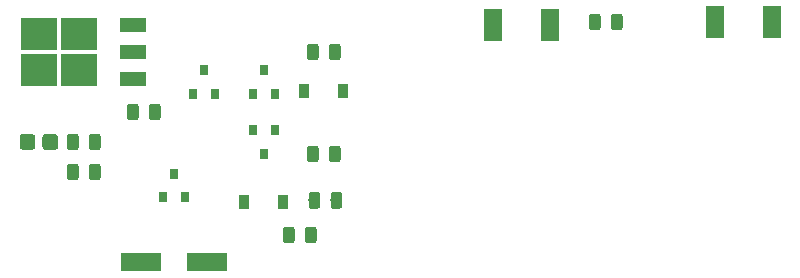
<source format=gbr>
G04 #@! TF.GenerationSoftware,KiCad,Pcbnew,(5.1.2)-2*
G04 #@! TF.CreationDate,2019-08-17T13:58:46+01:00*
G04 #@! TF.ProjectId,Sequencer,53657175-656e-4636-9572-2e6b69636164,rev?*
G04 #@! TF.SameCoordinates,Original*
G04 #@! TF.FileFunction,Paste,Top*
G04 #@! TF.FilePolarity,Positive*
%FSLAX46Y46*%
G04 Gerber Fmt 4.6, Leading zero omitted, Abs format (unit mm)*
G04 Created by KiCad (PCBNEW (5.1.2)-2) date 2019-08-17 13:58:46*
%MOMM*%
%LPD*%
G04 APERTURE LIST*
%ADD10R,3.500000X1.600000*%
%ADD11C,0.100000*%
%ADD12C,0.975000*%
%ADD13R,0.900000X1.200000*%
%ADD14R,0.800000X0.900000*%
%ADD15C,1.300000*%
%ADD16R,1.500000X2.700000*%
%ADD17R,2.200000X1.200000*%
%ADD18R,3.050000X2.750000*%
G04 APERTURE END LIST*
D10*
X101340000Y-104140000D03*
X106940000Y-104140000D03*
D11*
G36*
X116297142Y-98234174D02*
G01*
X116320803Y-98237684D01*
X116344007Y-98243496D01*
X116366529Y-98251554D01*
X116388153Y-98261782D01*
X116408670Y-98274079D01*
X116427883Y-98288329D01*
X116445607Y-98304393D01*
X116461671Y-98322117D01*
X116475921Y-98341330D01*
X116488218Y-98361847D01*
X116498446Y-98383471D01*
X116506504Y-98405993D01*
X116512316Y-98429197D01*
X116515826Y-98452858D01*
X116517000Y-98476750D01*
X116517000Y-99389250D01*
X116515826Y-99413142D01*
X116512316Y-99436803D01*
X116506504Y-99460007D01*
X116498446Y-99482529D01*
X116488218Y-99504153D01*
X116475921Y-99524670D01*
X116461671Y-99543883D01*
X116445607Y-99561607D01*
X116427883Y-99577671D01*
X116408670Y-99591921D01*
X116388153Y-99604218D01*
X116366529Y-99614446D01*
X116344007Y-99622504D01*
X116320803Y-99628316D01*
X116297142Y-99631826D01*
X116273250Y-99633000D01*
X115785750Y-99633000D01*
X115761858Y-99631826D01*
X115738197Y-99628316D01*
X115714993Y-99622504D01*
X115692471Y-99614446D01*
X115670847Y-99604218D01*
X115650330Y-99591921D01*
X115631117Y-99577671D01*
X115613393Y-99561607D01*
X115597329Y-99543883D01*
X115583079Y-99524670D01*
X115570782Y-99504153D01*
X115560554Y-99482529D01*
X115552496Y-99460007D01*
X115546684Y-99436803D01*
X115543174Y-99413142D01*
X115542000Y-99389250D01*
X115542000Y-98476750D01*
X115543174Y-98452858D01*
X115546684Y-98429197D01*
X115552496Y-98405993D01*
X115560554Y-98383471D01*
X115570782Y-98361847D01*
X115583079Y-98341330D01*
X115597329Y-98322117D01*
X115613393Y-98304393D01*
X115631117Y-98288329D01*
X115650330Y-98274079D01*
X115670847Y-98261782D01*
X115692471Y-98251554D01*
X115714993Y-98243496D01*
X115738197Y-98237684D01*
X115761858Y-98234174D01*
X115785750Y-98233000D01*
X116273250Y-98233000D01*
X116297142Y-98234174D01*
X116297142Y-98234174D01*
G37*
D12*
X116029500Y-98933000D03*
D11*
G36*
X118172142Y-98234174D02*
G01*
X118195803Y-98237684D01*
X118219007Y-98243496D01*
X118241529Y-98251554D01*
X118263153Y-98261782D01*
X118283670Y-98274079D01*
X118302883Y-98288329D01*
X118320607Y-98304393D01*
X118336671Y-98322117D01*
X118350921Y-98341330D01*
X118363218Y-98361847D01*
X118373446Y-98383471D01*
X118381504Y-98405993D01*
X118387316Y-98429197D01*
X118390826Y-98452858D01*
X118392000Y-98476750D01*
X118392000Y-99389250D01*
X118390826Y-99413142D01*
X118387316Y-99436803D01*
X118381504Y-99460007D01*
X118373446Y-99482529D01*
X118363218Y-99504153D01*
X118350921Y-99524670D01*
X118336671Y-99543883D01*
X118320607Y-99561607D01*
X118302883Y-99577671D01*
X118283670Y-99591921D01*
X118263153Y-99604218D01*
X118241529Y-99614446D01*
X118219007Y-99622504D01*
X118195803Y-99628316D01*
X118172142Y-99631826D01*
X118148250Y-99633000D01*
X117660750Y-99633000D01*
X117636858Y-99631826D01*
X117613197Y-99628316D01*
X117589993Y-99622504D01*
X117567471Y-99614446D01*
X117545847Y-99604218D01*
X117525330Y-99591921D01*
X117506117Y-99577671D01*
X117488393Y-99561607D01*
X117472329Y-99543883D01*
X117458079Y-99524670D01*
X117445782Y-99504153D01*
X117435554Y-99482529D01*
X117427496Y-99460007D01*
X117421684Y-99436803D01*
X117418174Y-99413142D01*
X117417000Y-99389250D01*
X117417000Y-98476750D01*
X117418174Y-98452858D01*
X117421684Y-98429197D01*
X117427496Y-98405993D01*
X117435554Y-98383471D01*
X117445782Y-98361847D01*
X117458079Y-98341330D01*
X117472329Y-98322117D01*
X117488393Y-98304393D01*
X117506117Y-98288329D01*
X117525330Y-98274079D01*
X117545847Y-98261782D01*
X117567471Y-98251554D01*
X117589993Y-98243496D01*
X117613197Y-98237684D01*
X117636858Y-98234174D01*
X117660750Y-98233000D01*
X118148250Y-98233000D01*
X118172142Y-98234174D01*
X118172142Y-98234174D01*
G37*
D12*
X117904500Y-98933000D03*
D11*
G36*
X141921142Y-83121174D02*
G01*
X141944803Y-83124684D01*
X141968007Y-83130496D01*
X141990529Y-83138554D01*
X142012153Y-83148782D01*
X142032670Y-83161079D01*
X142051883Y-83175329D01*
X142069607Y-83191393D01*
X142085671Y-83209117D01*
X142099921Y-83228330D01*
X142112218Y-83248847D01*
X142122446Y-83270471D01*
X142130504Y-83292993D01*
X142136316Y-83316197D01*
X142139826Y-83339858D01*
X142141000Y-83363750D01*
X142141000Y-84276250D01*
X142139826Y-84300142D01*
X142136316Y-84323803D01*
X142130504Y-84347007D01*
X142122446Y-84369529D01*
X142112218Y-84391153D01*
X142099921Y-84411670D01*
X142085671Y-84430883D01*
X142069607Y-84448607D01*
X142051883Y-84464671D01*
X142032670Y-84478921D01*
X142012153Y-84491218D01*
X141990529Y-84501446D01*
X141968007Y-84509504D01*
X141944803Y-84515316D01*
X141921142Y-84518826D01*
X141897250Y-84520000D01*
X141409750Y-84520000D01*
X141385858Y-84518826D01*
X141362197Y-84515316D01*
X141338993Y-84509504D01*
X141316471Y-84501446D01*
X141294847Y-84491218D01*
X141274330Y-84478921D01*
X141255117Y-84464671D01*
X141237393Y-84448607D01*
X141221329Y-84430883D01*
X141207079Y-84411670D01*
X141194782Y-84391153D01*
X141184554Y-84369529D01*
X141176496Y-84347007D01*
X141170684Y-84323803D01*
X141167174Y-84300142D01*
X141166000Y-84276250D01*
X141166000Y-83363750D01*
X141167174Y-83339858D01*
X141170684Y-83316197D01*
X141176496Y-83292993D01*
X141184554Y-83270471D01*
X141194782Y-83248847D01*
X141207079Y-83228330D01*
X141221329Y-83209117D01*
X141237393Y-83191393D01*
X141255117Y-83175329D01*
X141274330Y-83161079D01*
X141294847Y-83148782D01*
X141316471Y-83138554D01*
X141338993Y-83130496D01*
X141362197Y-83124684D01*
X141385858Y-83121174D01*
X141409750Y-83120000D01*
X141897250Y-83120000D01*
X141921142Y-83121174D01*
X141921142Y-83121174D01*
G37*
D12*
X141653500Y-83820000D03*
D11*
G36*
X140046142Y-83121174D02*
G01*
X140069803Y-83124684D01*
X140093007Y-83130496D01*
X140115529Y-83138554D01*
X140137153Y-83148782D01*
X140157670Y-83161079D01*
X140176883Y-83175329D01*
X140194607Y-83191393D01*
X140210671Y-83209117D01*
X140224921Y-83228330D01*
X140237218Y-83248847D01*
X140247446Y-83270471D01*
X140255504Y-83292993D01*
X140261316Y-83316197D01*
X140264826Y-83339858D01*
X140266000Y-83363750D01*
X140266000Y-84276250D01*
X140264826Y-84300142D01*
X140261316Y-84323803D01*
X140255504Y-84347007D01*
X140247446Y-84369529D01*
X140237218Y-84391153D01*
X140224921Y-84411670D01*
X140210671Y-84430883D01*
X140194607Y-84448607D01*
X140176883Y-84464671D01*
X140157670Y-84478921D01*
X140137153Y-84491218D01*
X140115529Y-84501446D01*
X140093007Y-84509504D01*
X140069803Y-84515316D01*
X140046142Y-84518826D01*
X140022250Y-84520000D01*
X139534750Y-84520000D01*
X139510858Y-84518826D01*
X139487197Y-84515316D01*
X139463993Y-84509504D01*
X139441471Y-84501446D01*
X139419847Y-84491218D01*
X139399330Y-84478921D01*
X139380117Y-84464671D01*
X139362393Y-84448607D01*
X139346329Y-84430883D01*
X139332079Y-84411670D01*
X139319782Y-84391153D01*
X139309554Y-84369529D01*
X139301496Y-84347007D01*
X139295684Y-84323803D01*
X139292174Y-84300142D01*
X139291000Y-84276250D01*
X139291000Y-83363750D01*
X139292174Y-83339858D01*
X139295684Y-83316197D01*
X139301496Y-83292993D01*
X139309554Y-83270471D01*
X139319782Y-83248847D01*
X139332079Y-83228330D01*
X139346329Y-83209117D01*
X139362393Y-83191393D01*
X139380117Y-83175329D01*
X139399330Y-83161079D01*
X139419847Y-83148782D01*
X139441471Y-83138554D01*
X139463993Y-83130496D01*
X139487197Y-83124684D01*
X139510858Y-83121174D01*
X139534750Y-83120000D01*
X140022250Y-83120000D01*
X140046142Y-83121174D01*
X140046142Y-83121174D01*
G37*
D12*
X139778500Y-83820000D03*
D11*
G36*
X116170142Y-85661174D02*
G01*
X116193803Y-85664684D01*
X116217007Y-85670496D01*
X116239529Y-85678554D01*
X116261153Y-85688782D01*
X116281670Y-85701079D01*
X116300883Y-85715329D01*
X116318607Y-85731393D01*
X116334671Y-85749117D01*
X116348921Y-85768330D01*
X116361218Y-85788847D01*
X116371446Y-85810471D01*
X116379504Y-85832993D01*
X116385316Y-85856197D01*
X116388826Y-85879858D01*
X116390000Y-85903750D01*
X116390000Y-86816250D01*
X116388826Y-86840142D01*
X116385316Y-86863803D01*
X116379504Y-86887007D01*
X116371446Y-86909529D01*
X116361218Y-86931153D01*
X116348921Y-86951670D01*
X116334671Y-86970883D01*
X116318607Y-86988607D01*
X116300883Y-87004671D01*
X116281670Y-87018921D01*
X116261153Y-87031218D01*
X116239529Y-87041446D01*
X116217007Y-87049504D01*
X116193803Y-87055316D01*
X116170142Y-87058826D01*
X116146250Y-87060000D01*
X115658750Y-87060000D01*
X115634858Y-87058826D01*
X115611197Y-87055316D01*
X115587993Y-87049504D01*
X115565471Y-87041446D01*
X115543847Y-87031218D01*
X115523330Y-87018921D01*
X115504117Y-87004671D01*
X115486393Y-86988607D01*
X115470329Y-86970883D01*
X115456079Y-86951670D01*
X115443782Y-86931153D01*
X115433554Y-86909529D01*
X115425496Y-86887007D01*
X115419684Y-86863803D01*
X115416174Y-86840142D01*
X115415000Y-86816250D01*
X115415000Y-85903750D01*
X115416174Y-85879858D01*
X115419684Y-85856197D01*
X115425496Y-85832993D01*
X115433554Y-85810471D01*
X115443782Y-85788847D01*
X115456079Y-85768330D01*
X115470329Y-85749117D01*
X115486393Y-85731393D01*
X115504117Y-85715329D01*
X115523330Y-85701079D01*
X115543847Y-85688782D01*
X115565471Y-85678554D01*
X115587993Y-85670496D01*
X115611197Y-85664684D01*
X115634858Y-85661174D01*
X115658750Y-85660000D01*
X116146250Y-85660000D01*
X116170142Y-85661174D01*
X116170142Y-85661174D01*
G37*
D12*
X115902500Y-86360000D03*
D11*
G36*
X118045142Y-85661174D02*
G01*
X118068803Y-85664684D01*
X118092007Y-85670496D01*
X118114529Y-85678554D01*
X118136153Y-85688782D01*
X118156670Y-85701079D01*
X118175883Y-85715329D01*
X118193607Y-85731393D01*
X118209671Y-85749117D01*
X118223921Y-85768330D01*
X118236218Y-85788847D01*
X118246446Y-85810471D01*
X118254504Y-85832993D01*
X118260316Y-85856197D01*
X118263826Y-85879858D01*
X118265000Y-85903750D01*
X118265000Y-86816250D01*
X118263826Y-86840142D01*
X118260316Y-86863803D01*
X118254504Y-86887007D01*
X118246446Y-86909529D01*
X118236218Y-86931153D01*
X118223921Y-86951670D01*
X118209671Y-86970883D01*
X118193607Y-86988607D01*
X118175883Y-87004671D01*
X118156670Y-87018921D01*
X118136153Y-87031218D01*
X118114529Y-87041446D01*
X118092007Y-87049504D01*
X118068803Y-87055316D01*
X118045142Y-87058826D01*
X118021250Y-87060000D01*
X117533750Y-87060000D01*
X117509858Y-87058826D01*
X117486197Y-87055316D01*
X117462993Y-87049504D01*
X117440471Y-87041446D01*
X117418847Y-87031218D01*
X117398330Y-87018921D01*
X117379117Y-87004671D01*
X117361393Y-86988607D01*
X117345329Y-86970883D01*
X117331079Y-86951670D01*
X117318782Y-86931153D01*
X117308554Y-86909529D01*
X117300496Y-86887007D01*
X117294684Y-86863803D01*
X117291174Y-86840142D01*
X117290000Y-86816250D01*
X117290000Y-85903750D01*
X117291174Y-85879858D01*
X117294684Y-85856197D01*
X117300496Y-85832993D01*
X117308554Y-85810471D01*
X117318782Y-85788847D01*
X117331079Y-85768330D01*
X117345329Y-85749117D01*
X117361393Y-85731393D01*
X117379117Y-85715329D01*
X117398330Y-85701079D01*
X117418847Y-85688782D01*
X117440471Y-85678554D01*
X117462993Y-85670496D01*
X117486197Y-85664684D01*
X117509858Y-85661174D01*
X117533750Y-85660000D01*
X118021250Y-85660000D01*
X118045142Y-85661174D01*
X118045142Y-85661174D01*
G37*
D12*
X117777500Y-86360000D03*
D13*
X113410000Y-99060000D03*
X110110000Y-99060000D03*
D14*
X110810000Y-89900000D03*
X112710000Y-89900000D03*
X111760000Y-87900000D03*
D13*
X118490000Y-89662000D03*
X115190000Y-89662000D03*
D11*
G36*
X92184504Y-93331204D02*
G01*
X92208773Y-93334804D01*
X92232571Y-93340765D01*
X92255671Y-93349030D01*
X92277849Y-93359520D01*
X92298893Y-93372133D01*
X92318598Y-93386747D01*
X92336777Y-93403223D01*
X92353253Y-93421402D01*
X92367867Y-93441107D01*
X92380480Y-93462151D01*
X92390970Y-93484329D01*
X92399235Y-93507429D01*
X92405196Y-93531227D01*
X92408796Y-93555496D01*
X92410000Y-93580000D01*
X92410000Y-94380000D01*
X92408796Y-94404504D01*
X92405196Y-94428773D01*
X92399235Y-94452571D01*
X92390970Y-94475671D01*
X92380480Y-94497849D01*
X92367867Y-94518893D01*
X92353253Y-94538598D01*
X92336777Y-94556777D01*
X92318598Y-94573253D01*
X92298893Y-94587867D01*
X92277849Y-94600480D01*
X92255671Y-94610970D01*
X92232571Y-94619235D01*
X92208773Y-94625196D01*
X92184504Y-94628796D01*
X92160000Y-94630000D01*
X91335000Y-94630000D01*
X91310496Y-94628796D01*
X91286227Y-94625196D01*
X91262429Y-94619235D01*
X91239329Y-94610970D01*
X91217151Y-94600480D01*
X91196107Y-94587867D01*
X91176402Y-94573253D01*
X91158223Y-94556777D01*
X91141747Y-94538598D01*
X91127133Y-94518893D01*
X91114520Y-94497849D01*
X91104030Y-94475671D01*
X91095765Y-94452571D01*
X91089804Y-94428773D01*
X91086204Y-94404504D01*
X91085000Y-94380000D01*
X91085000Y-93580000D01*
X91086204Y-93555496D01*
X91089804Y-93531227D01*
X91095765Y-93507429D01*
X91104030Y-93484329D01*
X91114520Y-93462151D01*
X91127133Y-93441107D01*
X91141747Y-93421402D01*
X91158223Y-93403223D01*
X91176402Y-93386747D01*
X91196107Y-93372133D01*
X91217151Y-93359520D01*
X91239329Y-93349030D01*
X91262429Y-93340765D01*
X91286227Y-93334804D01*
X91310496Y-93331204D01*
X91335000Y-93330000D01*
X92160000Y-93330000D01*
X92184504Y-93331204D01*
X92184504Y-93331204D01*
G37*
D15*
X91747500Y-93980000D03*
D11*
G36*
X94109504Y-93331204D02*
G01*
X94133773Y-93334804D01*
X94157571Y-93340765D01*
X94180671Y-93349030D01*
X94202849Y-93359520D01*
X94223893Y-93372133D01*
X94243598Y-93386747D01*
X94261777Y-93403223D01*
X94278253Y-93421402D01*
X94292867Y-93441107D01*
X94305480Y-93462151D01*
X94315970Y-93484329D01*
X94324235Y-93507429D01*
X94330196Y-93531227D01*
X94333796Y-93555496D01*
X94335000Y-93580000D01*
X94335000Y-94380000D01*
X94333796Y-94404504D01*
X94330196Y-94428773D01*
X94324235Y-94452571D01*
X94315970Y-94475671D01*
X94305480Y-94497849D01*
X94292867Y-94518893D01*
X94278253Y-94538598D01*
X94261777Y-94556777D01*
X94243598Y-94573253D01*
X94223893Y-94587867D01*
X94202849Y-94600480D01*
X94180671Y-94610970D01*
X94157571Y-94619235D01*
X94133773Y-94625196D01*
X94109504Y-94628796D01*
X94085000Y-94630000D01*
X93260000Y-94630000D01*
X93235496Y-94628796D01*
X93211227Y-94625196D01*
X93187429Y-94619235D01*
X93164329Y-94610970D01*
X93142151Y-94600480D01*
X93121107Y-94587867D01*
X93101402Y-94573253D01*
X93083223Y-94556777D01*
X93066747Y-94538598D01*
X93052133Y-94518893D01*
X93039520Y-94497849D01*
X93029030Y-94475671D01*
X93020765Y-94452571D01*
X93014804Y-94428773D01*
X93011204Y-94404504D01*
X93010000Y-94380000D01*
X93010000Y-93580000D01*
X93011204Y-93555496D01*
X93014804Y-93531227D01*
X93020765Y-93507429D01*
X93029030Y-93484329D01*
X93039520Y-93462151D01*
X93052133Y-93441107D01*
X93066747Y-93421402D01*
X93083223Y-93403223D01*
X93101402Y-93386747D01*
X93121107Y-93372133D01*
X93142151Y-93359520D01*
X93164329Y-93349030D01*
X93187429Y-93340765D01*
X93211227Y-93334804D01*
X93235496Y-93331204D01*
X93260000Y-93330000D01*
X94085000Y-93330000D01*
X94109504Y-93331204D01*
X94109504Y-93331204D01*
G37*
D15*
X93672500Y-93980000D03*
D16*
X131204000Y-84074000D03*
X136004000Y-84074000D03*
X154800000Y-83820000D03*
X150000000Y-83820000D03*
D14*
X112710000Y-92980000D03*
X110810000Y-92980000D03*
X111760000Y-94980000D03*
X104140000Y-96663000D03*
X105090000Y-98663000D03*
X103190000Y-98663000D03*
X106680000Y-87900000D03*
X107630000Y-89900000D03*
X105730000Y-89900000D03*
D11*
G36*
X102805142Y-90741174D02*
G01*
X102828803Y-90744684D01*
X102852007Y-90750496D01*
X102874529Y-90758554D01*
X102896153Y-90768782D01*
X102916670Y-90781079D01*
X102935883Y-90795329D01*
X102953607Y-90811393D01*
X102969671Y-90829117D01*
X102983921Y-90848330D01*
X102996218Y-90868847D01*
X103006446Y-90890471D01*
X103014504Y-90912993D01*
X103020316Y-90936197D01*
X103023826Y-90959858D01*
X103025000Y-90983750D01*
X103025000Y-91896250D01*
X103023826Y-91920142D01*
X103020316Y-91943803D01*
X103014504Y-91967007D01*
X103006446Y-91989529D01*
X102996218Y-92011153D01*
X102983921Y-92031670D01*
X102969671Y-92050883D01*
X102953607Y-92068607D01*
X102935883Y-92084671D01*
X102916670Y-92098921D01*
X102896153Y-92111218D01*
X102874529Y-92121446D01*
X102852007Y-92129504D01*
X102828803Y-92135316D01*
X102805142Y-92138826D01*
X102781250Y-92140000D01*
X102293750Y-92140000D01*
X102269858Y-92138826D01*
X102246197Y-92135316D01*
X102222993Y-92129504D01*
X102200471Y-92121446D01*
X102178847Y-92111218D01*
X102158330Y-92098921D01*
X102139117Y-92084671D01*
X102121393Y-92068607D01*
X102105329Y-92050883D01*
X102091079Y-92031670D01*
X102078782Y-92011153D01*
X102068554Y-91989529D01*
X102060496Y-91967007D01*
X102054684Y-91943803D01*
X102051174Y-91920142D01*
X102050000Y-91896250D01*
X102050000Y-90983750D01*
X102051174Y-90959858D01*
X102054684Y-90936197D01*
X102060496Y-90912993D01*
X102068554Y-90890471D01*
X102078782Y-90868847D01*
X102091079Y-90848330D01*
X102105329Y-90829117D01*
X102121393Y-90811393D01*
X102139117Y-90795329D01*
X102158330Y-90781079D01*
X102178847Y-90768782D01*
X102200471Y-90758554D01*
X102222993Y-90750496D01*
X102246197Y-90744684D01*
X102269858Y-90741174D01*
X102293750Y-90740000D01*
X102781250Y-90740000D01*
X102805142Y-90741174D01*
X102805142Y-90741174D01*
G37*
D12*
X102537500Y-91440000D03*
D11*
G36*
X100930142Y-90741174D02*
G01*
X100953803Y-90744684D01*
X100977007Y-90750496D01*
X100999529Y-90758554D01*
X101021153Y-90768782D01*
X101041670Y-90781079D01*
X101060883Y-90795329D01*
X101078607Y-90811393D01*
X101094671Y-90829117D01*
X101108921Y-90848330D01*
X101121218Y-90868847D01*
X101131446Y-90890471D01*
X101139504Y-90912993D01*
X101145316Y-90936197D01*
X101148826Y-90959858D01*
X101150000Y-90983750D01*
X101150000Y-91896250D01*
X101148826Y-91920142D01*
X101145316Y-91943803D01*
X101139504Y-91967007D01*
X101131446Y-91989529D01*
X101121218Y-92011153D01*
X101108921Y-92031670D01*
X101094671Y-92050883D01*
X101078607Y-92068607D01*
X101060883Y-92084671D01*
X101041670Y-92098921D01*
X101021153Y-92111218D01*
X100999529Y-92121446D01*
X100977007Y-92129504D01*
X100953803Y-92135316D01*
X100930142Y-92138826D01*
X100906250Y-92140000D01*
X100418750Y-92140000D01*
X100394858Y-92138826D01*
X100371197Y-92135316D01*
X100347993Y-92129504D01*
X100325471Y-92121446D01*
X100303847Y-92111218D01*
X100283330Y-92098921D01*
X100264117Y-92084671D01*
X100246393Y-92068607D01*
X100230329Y-92050883D01*
X100216079Y-92031670D01*
X100203782Y-92011153D01*
X100193554Y-91989529D01*
X100185496Y-91967007D01*
X100179684Y-91943803D01*
X100176174Y-91920142D01*
X100175000Y-91896250D01*
X100175000Y-90983750D01*
X100176174Y-90959858D01*
X100179684Y-90936197D01*
X100185496Y-90912993D01*
X100193554Y-90890471D01*
X100203782Y-90868847D01*
X100216079Y-90848330D01*
X100230329Y-90829117D01*
X100246393Y-90811393D01*
X100264117Y-90795329D01*
X100283330Y-90781079D01*
X100303847Y-90768782D01*
X100325471Y-90758554D01*
X100347993Y-90750496D01*
X100371197Y-90744684D01*
X100394858Y-90741174D01*
X100418750Y-90740000D01*
X100906250Y-90740000D01*
X100930142Y-90741174D01*
X100930142Y-90741174D01*
G37*
D12*
X100662500Y-91440000D03*
D11*
G36*
X114138142Y-101155174D02*
G01*
X114161803Y-101158684D01*
X114185007Y-101164496D01*
X114207529Y-101172554D01*
X114229153Y-101182782D01*
X114249670Y-101195079D01*
X114268883Y-101209329D01*
X114286607Y-101225393D01*
X114302671Y-101243117D01*
X114316921Y-101262330D01*
X114329218Y-101282847D01*
X114339446Y-101304471D01*
X114347504Y-101326993D01*
X114353316Y-101350197D01*
X114356826Y-101373858D01*
X114358000Y-101397750D01*
X114358000Y-102310250D01*
X114356826Y-102334142D01*
X114353316Y-102357803D01*
X114347504Y-102381007D01*
X114339446Y-102403529D01*
X114329218Y-102425153D01*
X114316921Y-102445670D01*
X114302671Y-102464883D01*
X114286607Y-102482607D01*
X114268883Y-102498671D01*
X114249670Y-102512921D01*
X114229153Y-102525218D01*
X114207529Y-102535446D01*
X114185007Y-102543504D01*
X114161803Y-102549316D01*
X114138142Y-102552826D01*
X114114250Y-102554000D01*
X113626750Y-102554000D01*
X113602858Y-102552826D01*
X113579197Y-102549316D01*
X113555993Y-102543504D01*
X113533471Y-102535446D01*
X113511847Y-102525218D01*
X113491330Y-102512921D01*
X113472117Y-102498671D01*
X113454393Y-102482607D01*
X113438329Y-102464883D01*
X113424079Y-102445670D01*
X113411782Y-102425153D01*
X113401554Y-102403529D01*
X113393496Y-102381007D01*
X113387684Y-102357803D01*
X113384174Y-102334142D01*
X113383000Y-102310250D01*
X113383000Y-101397750D01*
X113384174Y-101373858D01*
X113387684Y-101350197D01*
X113393496Y-101326993D01*
X113401554Y-101304471D01*
X113411782Y-101282847D01*
X113424079Y-101262330D01*
X113438329Y-101243117D01*
X113454393Y-101225393D01*
X113472117Y-101209329D01*
X113491330Y-101195079D01*
X113511847Y-101182782D01*
X113533471Y-101172554D01*
X113555993Y-101164496D01*
X113579197Y-101158684D01*
X113602858Y-101155174D01*
X113626750Y-101154000D01*
X114114250Y-101154000D01*
X114138142Y-101155174D01*
X114138142Y-101155174D01*
G37*
D12*
X113870500Y-101854000D03*
D11*
G36*
X116013142Y-101155174D02*
G01*
X116036803Y-101158684D01*
X116060007Y-101164496D01*
X116082529Y-101172554D01*
X116104153Y-101182782D01*
X116124670Y-101195079D01*
X116143883Y-101209329D01*
X116161607Y-101225393D01*
X116177671Y-101243117D01*
X116191921Y-101262330D01*
X116204218Y-101282847D01*
X116214446Y-101304471D01*
X116222504Y-101326993D01*
X116228316Y-101350197D01*
X116231826Y-101373858D01*
X116233000Y-101397750D01*
X116233000Y-102310250D01*
X116231826Y-102334142D01*
X116228316Y-102357803D01*
X116222504Y-102381007D01*
X116214446Y-102403529D01*
X116204218Y-102425153D01*
X116191921Y-102445670D01*
X116177671Y-102464883D01*
X116161607Y-102482607D01*
X116143883Y-102498671D01*
X116124670Y-102512921D01*
X116104153Y-102525218D01*
X116082529Y-102535446D01*
X116060007Y-102543504D01*
X116036803Y-102549316D01*
X116013142Y-102552826D01*
X115989250Y-102554000D01*
X115501750Y-102554000D01*
X115477858Y-102552826D01*
X115454197Y-102549316D01*
X115430993Y-102543504D01*
X115408471Y-102535446D01*
X115386847Y-102525218D01*
X115366330Y-102512921D01*
X115347117Y-102498671D01*
X115329393Y-102482607D01*
X115313329Y-102464883D01*
X115299079Y-102445670D01*
X115286782Y-102425153D01*
X115276554Y-102403529D01*
X115268496Y-102381007D01*
X115262684Y-102357803D01*
X115259174Y-102334142D01*
X115258000Y-102310250D01*
X115258000Y-101397750D01*
X115259174Y-101373858D01*
X115262684Y-101350197D01*
X115268496Y-101326993D01*
X115276554Y-101304471D01*
X115286782Y-101282847D01*
X115299079Y-101262330D01*
X115313329Y-101243117D01*
X115329393Y-101225393D01*
X115347117Y-101209329D01*
X115366330Y-101195079D01*
X115386847Y-101182782D01*
X115408471Y-101172554D01*
X115430993Y-101164496D01*
X115454197Y-101158684D01*
X115477858Y-101155174D01*
X115501750Y-101154000D01*
X115989250Y-101154000D01*
X116013142Y-101155174D01*
X116013142Y-101155174D01*
G37*
D12*
X115745500Y-101854000D03*
D11*
G36*
X116170142Y-94297174D02*
G01*
X116193803Y-94300684D01*
X116217007Y-94306496D01*
X116239529Y-94314554D01*
X116261153Y-94324782D01*
X116281670Y-94337079D01*
X116300883Y-94351329D01*
X116318607Y-94367393D01*
X116334671Y-94385117D01*
X116348921Y-94404330D01*
X116361218Y-94424847D01*
X116371446Y-94446471D01*
X116379504Y-94468993D01*
X116385316Y-94492197D01*
X116388826Y-94515858D01*
X116390000Y-94539750D01*
X116390000Y-95452250D01*
X116388826Y-95476142D01*
X116385316Y-95499803D01*
X116379504Y-95523007D01*
X116371446Y-95545529D01*
X116361218Y-95567153D01*
X116348921Y-95587670D01*
X116334671Y-95606883D01*
X116318607Y-95624607D01*
X116300883Y-95640671D01*
X116281670Y-95654921D01*
X116261153Y-95667218D01*
X116239529Y-95677446D01*
X116217007Y-95685504D01*
X116193803Y-95691316D01*
X116170142Y-95694826D01*
X116146250Y-95696000D01*
X115658750Y-95696000D01*
X115634858Y-95694826D01*
X115611197Y-95691316D01*
X115587993Y-95685504D01*
X115565471Y-95677446D01*
X115543847Y-95667218D01*
X115523330Y-95654921D01*
X115504117Y-95640671D01*
X115486393Y-95624607D01*
X115470329Y-95606883D01*
X115456079Y-95587670D01*
X115443782Y-95567153D01*
X115433554Y-95545529D01*
X115425496Y-95523007D01*
X115419684Y-95499803D01*
X115416174Y-95476142D01*
X115415000Y-95452250D01*
X115415000Y-94539750D01*
X115416174Y-94515858D01*
X115419684Y-94492197D01*
X115425496Y-94468993D01*
X115433554Y-94446471D01*
X115443782Y-94424847D01*
X115456079Y-94404330D01*
X115470329Y-94385117D01*
X115486393Y-94367393D01*
X115504117Y-94351329D01*
X115523330Y-94337079D01*
X115543847Y-94324782D01*
X115565471Y-94314554D01*
X115587993Y-94306496D01*
X115611197Y-94300684D01*
X115634858Y-94297174D01*
X115658750Y-94296000D01*
X116146250Y-94296000D01*
X116170142Y-94297174D01*
X116170142Y-94297174D01*
G37*
D12*
X115902500Y-94996000D03*
D11*
G36*
X118045142Y-94297174D02*
G01*
X118068803Y-94300684D01*
X118092007Y-94306496D01*
X118114529Y-94314554D01*
X118136153Y-94324782D01*
X118156670Y-94337079D01*
X118175883Y-94351329D01*
X118193607Y-94367393D01*
X118209671Y-94385117D01*
X118223921Y-94404330D01*
X118236218Y-94424847D01*
X118246446Y-94446471D01*
X118254504Y-94468993D01*
X118260316Y-94492197D01*
X118263826Y-94515858D01*
X118265000Y-94539750D01*
X118265000Y-95452250D01*
X118263826Y-95476142D01*
X118260316Y-95499803D01*
X118254504Y-95523007D01*
X118246446Y-95545529D01*
X118236218Y-95567153D01*
X118223921Y-95587670D01*
X118209671Y-95606883D01*
X118193607Y-95624607D01*
X118175883Y-95640671D01*
X118156670Y-95654921D01*
X118136153Y-95667218D01*
X118114529Y-95677446D01*
X118092007Y-95685504D01*
X118068803Y-95691316D01*
X118045142Y-95694826D01*
X118021250Y-95696000D01*
X117533750Y-95696000D01*
X117509858Y-95694826D01*
X117486197Y-95691316D01*
X117462993Y-95685504D01*
X117440471Y-95677446D01*
X117418847Y-95667218D01*
X117398330Y-95654921D01*
X117379117Y-95640671D01*
X117361393Y-95624607D01*
X117345329Y-95606883D01*
X117331079Y-95587670D01*
X117318782Y-95567153D01*
X117308554Y-95545529D01*
X117300496Y-95523007D01*
X117294684Y-95499803D01*
X117291174Y-95476142D01*
X117290000Y-95452250D01*
X117290000Y-94539750D01*
X117291174Y-94515858D01*
X117294684Y-94492197D01*
X117300496Y-94468993D01*
X117308554Y-94446471D01*
X117318782Y-94424847D01*
X117331079Y-94404330D01*
X117345329Y-94385117D01*
X117361393Y-94367393D01*
X117379117Y-94351329D01*
X117398330Y-94337079D01*
X117418847Y-94324782D01*
X117440471Y-94314554D01*
X117462993Y-94306496D01*
X117486197Y-94300684D01*
X117509858Y-94297174D01*
X117533750Y-94296000D01*
X118021250Y-94296000D01*
X118045142Y-94297174D01*
X118045142Y-94297174D01*
G37*
D12*
X117777500Y-94996000D03*
D11*
G36*
X95850142Y-93281174D02*
G01*
X95873803Y-93284684D01*
X95897007Y-93290496D01*
X95919529Y-93298554D01*
X95941153Y-93308782D01*
X95961670Y-93321079D01*
X95980883Y-93335329D01*
X95998607Y-93351393D01*
X96014671Y-93369117D01*
X96028921Y-93388330D01*
X96041218Y-93408847D01*
X96051446Y-93430471D01*
X96059504Y-93452993D01*
X96065316Y-93476197D01*
X96068826Y-93499858D01*
X96070000Y-93523750D01*
X96070000Y-94436250D01*
X96068826Y-94460142D01*
X96065316Y-94483803D01*
X96059504Y-94507007D01*
X96051446Y-94529529D01*
X96041218Y-94551153D01*
X96028921Y-94571670D01*
X96014671Y-94590883D01*
X95998607Y-94608607D01*
X95980883Y-94624671D01*
X95961670Y-94638921D01*
X95941153Y-94651218D01*
X95919529Y-94661446D01*
X95897007Y-94669504D01*
X95873803Y-94675316D01*
X95850142Y-94678826D01*
X95826250Y-94680000D01*
X95338750Y-94680000D01*
X95314858Y-94678826D01*
X95291197Y-94675316D01*
X95267993Y-94669504D01*
X95245471Y-94661446D01*
X95223847Y-94651218D01*
X95203330Y-94638921D01*
X95184117Y-94624671D01*
X95166393Y-94608607D01*
X95150329Y-94590883D01*
X95136079Y-94571670D01*
X95123782Y-94551153D01*
X95113554Y-94529529D01*
X95105496Y-94507007D01*
X95099684Y-94483803D01*
X95096174Y-94460142D01*
X95095000Y-94436250D01*
X95095000Y-93523750D01*
X95096174Y-93499858D01*
X95099684Y-93476197D01*
X95105496Y-93452993D01*
X95113554Y-93430471D01*
X95123782Y-93408847D01*
X95136079Y-93388330D01*
X95150329Y-93369117D01*
X95166393Y-93351393D01*
X95184117Y-93335329D01*
X95203330Y-93321079D01*
X95223847Y-93308782D01*
X95245471Y-93298554D01*
X95267993Y-93290496D01*
X95291197Y-93284684D01*
X95314858Y-93281174D01*
X95338750Y-93280000D01*
X95826250Y-93280000D01*
X95850142Y-93281174D01*
X95850142Y-93281174D01*
G37*
D12*
X95582500Y-93980000D03*
D11*
G36*
X97725142Y-93281174D02*
G01*
X97748803Y-93284684D01*
X97772007Y-93290496D01*
X97794529Y-93298554D01*
X97816153Y-93308782D01*
X97836670Y-93321079D01*
X97855883Y-93335329D01*
X97873607Y-93351393D01*
X97889671Y-93369117D01*
X97903921Y-93388330D01*
X97916218Y-93408847D01*
X97926446Y-93430471D01*
X97934504Y-93452993D01*
X97940316Y-93476197D01*
X97943826Y-93499858D01*
X97945000Y-93523750D01*
X97945000Y-94436250D01*
X97943826Y-94460142D01*
X97940316Y-94483803D01*
X97934504Y-94507007D01*
X97926446Y-94529529D01*
X97916218Y-94551153D01*
X97903921Y-94571670D01*
X97889671Y-94590883D01*
X97873607Y-94608607D01*
X97855883Y-94624671D01*
X97836670Y-94638921D01*
X97816153Y-94651218D01*
X97794529Y-94661446D01*
X97772007Y-94669504D01*
X97748803Y-94675316D01*
X97725142Y-94678826D01*
X97701250Y-94680000D01*
X97213750Y-94680000D01*
X97189858Y-94678826D01*
X97166197Y-94675316D01*
X97142993Y-94669504D01*
X97120471Y-94661446D01*
X97098847Y-94651218D01*
X97078330Y-94638921D01*
X97059117Y-94624671D01*
X97041393Y-94608607D01*
X97025329Y-94590883D01*
X97011079Y-94571670D01*
X96998782Y-94551153D01*
X96988554Y-94529529D01*
X96980496Y-94507007D01*
X96974684Y-94483803D01*
X96971174Y-94460142D01*
X96970000Y-94436250D01*
X96970000Y-93523750D01*
X96971174Y-93499858D01*
X96974684Y-93476197D01*
X96980496Y-93452993D01*
X96988554Y-93430471D01*
X96998782Y-93408847D01*
X97011079Y-93388330D01*
X97025329Y-93369117D01*
X97041393Y-93351393D01*
X97059117Y-93335329D01*
X97078330Y-93321079D01*
X97098847Y-93308782D01*
X97120471Y-93298554D01*
X97142993Y-93290496D01*
X97166197Y-93284684D01*
X97189858Y-93281174D01*
X97213750Y-93280000D01*
X97701250Y-93280000D01*
X97725142Y-93281174D01*
X97725142Y-93281174D01*
G37*
D12*
X97457500Y-93980000D03*
D11*
G36*
X97725142Y-95821174D02*
G01*
X97748803Y-95824684D01*
X97772007Y-95830496D01*
X97794529Y-95838554D01*
X97816153Y-95848782D01*
X97836670Y-95861079D01*
X97855883Y-95875329D01*
X97873607Y-95891393D01*
X97889671Y-95909117D01*
X97903921Y-95928330D01*
X97916218Y-95948847D01*
X97926446Y-95970471D01*
X97934504Y-95992993D01*
X97940316Y-96016197D01*
X97943826Y-96039858D01*
X97945000Y-96063750D01*
X97945000Y-96976250D01*
X97943826Y-97000142D01*
X97940316Y-97023803D01*
X97934504Y-97047007D01*
X97926446Y-97069529D01*
X97916218Y-97091153D01*
X97903921Y-97111670D01*
X97889671Y-97130883D01*
X97873607Y-97148607D01*
X97855883Y-97164671D01*
X97836670Y-97178921D01*
X97816153Y-97191218D01*
X97794529Y-97201446D01*
X97772007Y-97209504D01*
X97748803Y-97215316D01*
X97725142Y-97218826D01*
X97701250Y-97220000D01*
X97213750Y-97220000D01*
X97189858Y-97218826D01*
X97166197Y-97215316D01*
X97142993Y-97209504D01*
X97120471Y-97201446D01*
X97098847Y-97191218D01*
X97078330Y-97178921D01*
X97059117Y-97164671D01*
X97041393Y-97148607D01*
X97025329Y-97130883D01*
X97011079Y-97111670D01*
X96998782Y-97091153D01*
X96988554Y-97069529D01*
X96980496Y-97047007D01*
X96974684Y-97023803D01*
X96971174Y-97000142D01*
X96970000Y-96976250D01*
X96970000Y-96063750D01*
X96971174Y-96039858D01*
X96974684Y-96016197D01*
X96980496Y-95992993D01*
X96988554Y-95970471D01*
X96998782Y-95948847D01*
X97011079Y-95928330D01*
X97025329Y-95909117D01*
X97041393Y-95891393D01*
X97059117Y-95875329D01*
X97078330Y-95861079D01*
X97098847Y-95848782D01*
X97120471Y-95838554D01*
X97142993Y-95830496D01*
X97166197Y-95824684D01*
X97189858Y-95821174D01*
X97213750Y-95820000D01*
X97701250Y-95820000D01*
X97725142Y-95821174D01*
X97725142Y-95821174D01*
G37*
D12*
X97457500Y-96520000D03*
D11*
G36*
X95850142Y-95821174D02*
G01*
X95873803Y-95824684D01*
X95897007Y-95830496D01*
X95919529Y-95838554D01*
X95941153Y-95848782D01*
X95961670Y-95861079D01*
X95980883Y-95875329D01*
X95998607Y-95891393D01*
X96014671Y-95909117D01*
X96028921Y-95928330D01*
X96041218Y-95948847D01*
X96051446Y-95970471D01*
X96059504Y-95992993D01*
X96065316Y-96016197D01*
X96068826Y-96039858D01*
X96070000Y-96063750D01*
X96070000Y-96976250D01*
X96068826Y-97000142D01*
X96065316Y-97023803D01*
X96059504Y-97047007D01*
X96051446Y-97069529D01*
X96041218Y-97091153D01*
X96028921Y-97111670D01*
X96014671Y-97130883D01*
X95998607Y-97148607D01*
X95980883Y-97164671D01*
X95961670Y-97178921D01*
X95941153Y-97191218D01*
X95919529Y-97201446D01*
X95897007Y-97209504D01*
X95873803Y-97215316D01*
X95850142Y-97218826D01*
X95826250Y-97220000D01*
X95338750Y-97220000D01*
X95314858Y-97218826D01*
X95291197Y-97215316D01*
X95267993Y-97209504D01*
X95245471Y-97201446D01*
X95223847Y-97191218D01*
X95203330Y-97178921D01*
X95184117Y-97164671D01*
X95166393Y-97148607D01*
X95150329Y-97130883D01*
X95136079Y-97111670D01*
X95123782Y-97091153D01*
X95113554Y-97069529D01*
X95105496Y-97047007D01*
X95099684Y-97023803D01*
X95096174Y-97000142D01*
X95095000Y-96976250D01*
X95095000Y-96063750D01*
X95096174Y-96039858D01*
X95099684Y-96016197D01*
X95105496Y-95992993D01*
X95113554Y-95970471D01*
X95123782Y-95948847D01*
X95136079Y-95928330D01*
X95150329Y-95909117D01*
X95166393Y-95891393D01*
X95184117Y-95875329D01*
X95203330Y-95861079D01*
X95223847Y-95848782D01*
X95245471Y-95838554D01*
X95267993Y-95830496D01*
X95291197Y-95824684D01*
X95314858Y-95821174D01*
X95338750Y-95820000D01*
X95826250Y-95820000D01*
X95850142Y-95821174D01*
X95850142Y-95821174D01*
G37*
D12*
X95582500Y-96520000D03*
D17*
X100720000Y-88640000D03*
X100720000Y-86360000D03*
X100720000Y-84080000D03*
D18*
X92745000Y-84835000D03*
X96095000Y-87885000D03*
X92745000Y-87885000D03*
X96095000Y-84835000D03*
M02*

</source>
